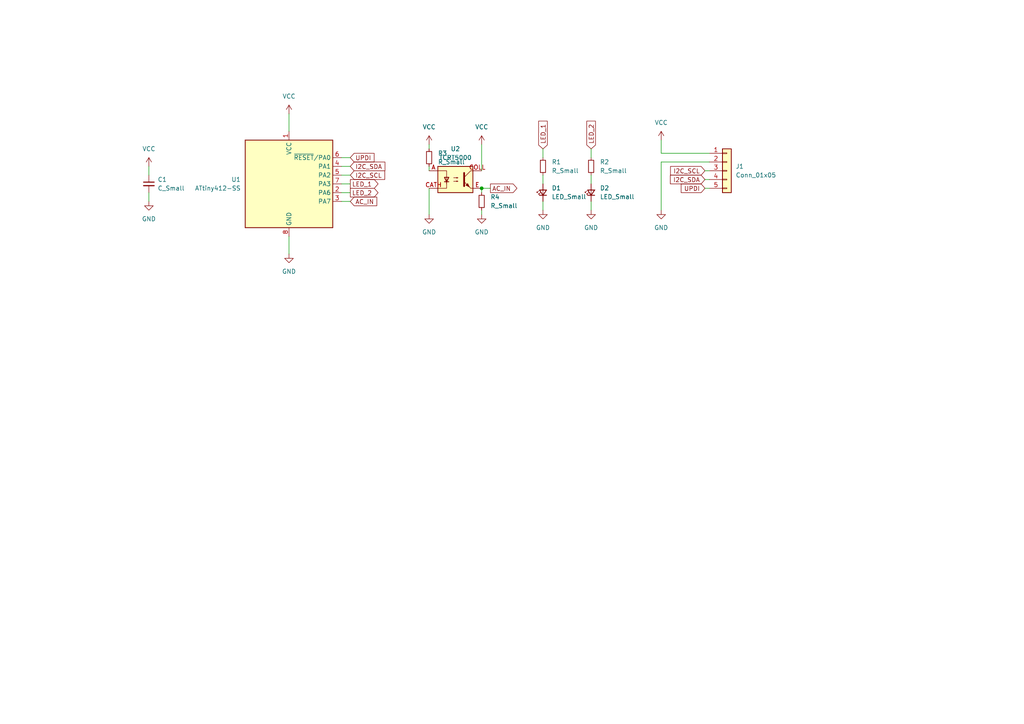
<source format=kicad_sch>
(kicad_sch (version 20230121) (generator eeschema)
  (paper "A4")
  (lib_symbols
    (symbol "Connector_Generic:Conn_01x05" (pin_names (offset 1.016) hide)
      (property "Reference" "J" (at 0 7.62 0))
      (property "Value" "Conn_01x05" (at 0 -7.62 0))
      (symbol "Conn_01x05_1_1"
        (rectangle (start -1.27 -4.953) (end 0 -5.207) (stroke (width 0.1524)))
        (rectangle (start -1.27 -2.413) (end 0 -2.667) (stroke (width 0.1524)))
        (rectangle (start -1.27 0.127) (end 0 -0.127) (stroke (width 0.1524)))
        (rectangle (start -1.27 2.667) (end 0 2.413) (stroke (width 0.1524)))
        (rectangle (start -1.27 5.207) (end 0 4.953) (stroke (width 0.1524)))
        (rectangle (start -1.27 6.35) (end 1.27 -6.35) (stroke (width 0.254)) (fill (type background)))
        (pin passive line (at -5.08 5.08 0) (length 3.81) (name "Pin_1") (number "1"))
        (pin passive line (at -5.08 2.54 0) (length 3.81) (name "Pin_2") (number "2"))
        (pin passive line (at -5.08 0 0) (length 3.81) (name "Pin_3") (number "3"))
        (pin passive line (at -5.08 -2.54 0) (length 3.81) (name "Pin_4") (number "4"))
        (pin passive line (at -5.08 -5.08 0) (length 3.81) (name "Pin_5") (number "5"))
      )
    )
    (symbol "Device:C_Small" (pin_numbers hide) (pin_names (offset 0.254) hide)
      (property "Reference" "C" (at 0.254 1.778 0))
      (property "Value" "C_Small" (at 0.254 -2.032 0))
      (symbol "C_Small_0_1"
        (polyline (pts (xy -1.524 -0.508) (xy 1.524 -0.508)) (stroke (width 0.3302)))
        (polyline (pts (xy -1.524 0.508) (xy 1.524 0.508)) (stroke (width 0.3048)))
      )
      (symbol "C_Small_1_1"
        (pin passive line (at 0 2.54 270) (length 2.032) (name "~") (number "1"))
        (pin passive line (at 0 -2.54 90) (length 2.032) (name "~") (number "2"))
      )
    )
    (symbol "Device:LED_Small" (pin_numbers hide) (pin_names (offset 0.254) hide)
      (property "Reference" "D" (at -1.27 3.175 0))
      (property "Value" "LED_Small" (at -4.445 -2.54 0))
      (symbol "LED_Small_0_1"
        (polyline (pts (xy -0.762 -1.016) (xy -0.762 1.016)) (stroke (width 0.254)))
        (polyline (pts (xy 1.016 0) (xy -0.762 0)))
        (polyline (pts (xy 0.762 -1.016) (xy -0.762 0) (xy 0.762 1.016) (xy 0.762 -1.016)) (stroke (width 0.254)))
        (polyline (pts (xy 0 0.762) (xy -0.508 1.27) (xy -0.254 1.27) (xy -0.508 1.27) (xy -0.508 1.016)))
        (polyline (pts (xy 0.508 1.27) (xy 0 1.778) (xy 0.254 1.778) (xy 0 1.778) (xy 0 1.524)))
      )
      (symbol "LED_Small_1_1"
        (pin passive line (at -2.54 0 0) (length 1.778) (name "K") (number "1"))
        (pin passive line (at 2.54 0 180) (length 1.778) (name "A") (number "2"))
      )
    )
    (symbol "Device:R_Small" (pin_numbers hide) (pin_names (offset 0.254) hide)
      (property "Reference" "R" (at 0.762 0.508 0))
      (property "Value" "R_Small" (at 0.762 -1.016 0))
      (symbol "R_Small_0_1"
        (rectangle (start -0.762 1.778) (end 0.762 -1.778) (stroke (width 0.2032)))
      )
      (symbol "R_Small_1_1"
        (pin passive line (at 0 2.54 270) (length 0.762) (name "~") (number "1"))
        (pin passive line (at 0 -2.54 90) (length 0.762) (name "~") (number "2"))
      )
    )
    (symbol "MCU_Microchip_ATtiny:ATtiny412-SS"
      (property "Reference" "U" (at -12.7 13.97 0))
      (property "Value" "ATtiny412-SS" (at 2.54 -13.97 0))
      (symbol "ATtiny412-SS_0_1"
        (rectangle (start -12.7 -12.7) (end 12.7 12.7) (stroke (width 0.254)) (fill (type background)))
      )
      (symbol "ATtiny412-SS_1_1"
        (pin power_in line (at 0 15.24 270) (length 2.54) (name "VCC") (number "1"))
        (pin bidirectional line (at 15.24 -2.54 180) (length 2.54) (name "PA6") (number "2"))
        (pin bidirectional line (at 15.24 -5.08 180) (length 2.54) (name "PA7") (number "3"))
        (pin bidirectional line (at 15.24 5.08 180) (length 2.54) (name "PA1") (number "4"))
        (pin bidirectional line (at 15.24 2.54 180) (length 2.54) (name "PA2") (number "5"))
        (pin bidirectional line (at 15.24 7.62 180) (length 2.54) (name "~{RESET}/PA0") (number "6"))
        (pin bidirectional line (at 15.24 0 180) (length 2.54) (name "PA3") (number "7"))
        (pin power_in line (at 0 -15.24 90) (length 2.54) (name "GND") (number "8"))
      )
    )
    (symbol "power:GND" (power) (pin_names (offset 0))
      (property "Value" "GND" (at 0 -3.81 0))
      (symbol "GND_0_1"
        (polyline (pts (xy 0 0) (xy 0 -1.27) (xy 1.27 -1.27) (xy 0 -2.54) (xy -1.27 -1.27) (xy 0 -1.27)))
      )
      (symbol "GND_1_1"
        (pin power_in line (at 0 0 270) (length 0) hide (name "GND") (number "1"))
      )
    )
    (symbol "power:VCC" (power) (pin_names (offset 0))
      (property "Value" "VCC" (at 0 3.81 0))
      (symbol "VCC_0_1"
        (polyline (pts (xy -0.762 1.27) (xy 0 2.54)))
        (polyline (pts (xy 0 0) (xy 0 2.54)))
        (polyline (pts (xy 0 2.54) (xy 0.762 1.27)))
      )
      (symbol "VCC_1_1"
        (pin power_in line (at 0 0 90) (length 0) hide (name "VCC") (number "1"))
      )
    )
    (symbol "tcrt5000:TCRT5000"
      (property "Reference" "U" (at 0 5.08 0))
      (property "Value" "TCRT5000" (at 0 -5.08 0))
      (symbol "TCRT5000_0_1"
        (rectangle (start -5.08 3.81) (end 5.08 -3.81) (stroke (width 0.254)) (fill (type background)))
        (polyline (pts (xy -3.175 -0.635) (xy -1.905 -0.635)) (stroke (width 0.254)))
        (polyline (pts (xy 2.54 0.635) (xy 4.445 2.54)))
        (polyline (pts (xy 4.445 -2.54) (xy 2.54 -0.635)) (fill (type outline)))
        (polyline (pts (xy 4.445 -2.54) (xy 5.08 -2.54)))
        (polyline (pts (xy 4.445 2.54) (xy 5.08 2.54)))
        (polyline (pts (xy -2.54 -0.635) (xy -2.54 -2.54) (xy -5.08 -2.54)))
        (polyline (pts (xy 2.54 1.905) (xy 2.54 -1.905) (xy 2.54 -1.905)) (stroke (width 0.508)))
        (polyline (pts (xy -5.08 2.54) (xy -2.54 2.54) (xy -2.54 -1.27) (xy -2.54 0.635)))
        (polyline (pts (xy -2.54 -0.635) (xy -3.175 0.635) (xy -1.905 0.635) (xy -2.54 -0.635)) (stroke (width 0.254)))
        (polyline (pts (xy -0.508 -0.508) (xy 0.762 -0.508) (xy 0.381 -0.635) (xy 0.381 -0.381) (xy 0.762 -0.508)))
        (polyline (pts (xy -0.508 0.508) (xy 0.762 0.508) (xy 0.381 0.381) (xy 0.381 0.635) (xy 0.762 0.508)))
        (polyline (pts (xy 3.048 -1.651) (xy 3.556 -1.143) (xy 4.064 -2.159) (xy 3.048 -1.651) (xy 3.048 -1.651)) (fill (type outline)))
      )
      (symbol "TCRT5000_1_1"
        (pin passive line (at -7.62 2.54 0) (length 2.54) (name "~") (number "A"))
        (pin passive line (at -7.62 -2.54 0) (length 2.54) (name "~") (number "CATH"))
        (pin passive line (at 7.62 2.54 180) (length 2.54) (name "~") (number "COLL"))
        (pin passive line (at 7.62 -2.54 180) (length 2.54) (name "~") (number "E"))
      )
    )
  )
  (junction (at 139.7 54.61))
  (wire (pts (xy 171.45 50.8) (xy 171.45 53.34)))
  (wire (pts (xy 139.7 54.61) (xy 139.7 55.88)))
  (wire (pts (xy 99.06 53.34) (xy 101.6 53.34)))
  (wire (pts (xy 99.06 48.26) (xy 101.6 48.26)))
  (wire (pts (xy 139.7 60.96) (xy 139.7 62.23)))
  (wire (pts (xy 99.06 55.88) (xy 101.6 55.88)))
  (wire (pts (xy 99.06 45.72) (xy 101.6 45.72)))
  (wire (pts (xy 205.74 44.45) (xy 191.77 44.45)))
  (wire (pts (xy 171.45 43.18) (xy 171.45 45.72)))
  (wire (pts (xy 191.77 46.99) (xy 205.74 46.99)))
  (wire (pts (xy 83.82 68.58) (xy 83.82 73.66)))
  (wire (pts (xy 83.82 33.02) (xy 83.82 38.1)))
  (wire (pts (xy 204.47 49.53) (xy 205.74 49.53)))
  (wire (pts (xy 157.48 43.18) (xy 157.48 45.72)))
  (wire (pts (xy 43.18 55.88) (xy 43.18 58.42)))
  (wire (pts (xy 124.46 54.61) (xy 124.46 62.23)))
  (wire (pts (xy 171.45 58.42) (xy 171.45 60.96)))
  (wire (pts (xy 204.47 52.07) (xy 205.74 52.07)))
  (wire (pts (xy 191.77 60.96) (xy 191.77 46.99)))
  (wire (pts (xy 139.7 41.91) (xy 139.7 49.53)))
  (wire (pts (xy 124.46 48.26) (xy 124.46 49.53)))
  (wire (pts (xy 99.06 58.42) (xy 101.6 58.42)))
  (wire (pts (xy 157.48 50.8) (xy 157.48 53.34)))
  (wire (pts (xy 99.06 50.8) (xy 101.6 50.8)))
  (wire (pts (xy 204.47 54.61) (xy 205.74 54.61)))
  (wire (pts (xy 157.48 58.42) (xy 157.48 60.96)))
  (wire (pts (xy 191.77 44.45) (xy 191.77 40.64)))
  (wire (pts (xy 124.46 41.91) (xy 124.46 43.18)))
  (wire (pts (xy 139.7 54.61) (xy 142.24 54.61)))
  (wire (pts (xy 43.18 48.26) (xy 43.18 50.8)))
  (global_label "UPDI" (shape input) (at 101.6 45.72 0) (property "Intersheetrefs" "${INTERSHEET_REFS}" (effects hide)))
  (global_label "I2C_SDA" (shape input) (at 101.6 48.26 0) (property "Intersheetrefs" "${INTERSHEET_REFS}" (effects hide)))
  (global_label "LED_2" (shape input) (at 171.45 43.18 90) (property "Intersheetrefs" "${INTERSHEET_REFS}" (effects hide)))
  (global_label "AC_IN" (shape input) (at 101.6 58.42 0) (property "Intersheetrefs" "${INTERSHEET_REFS}" (effects hide)))
  (global_label "I2C_SCL" (shape input) (at 101.6 50.8 0) (property "Intersheetrefs" "${INTERSHEET_REFS}" (effects hide)))
  (global_label "AC_IN" (shape output) (at 142.24 54.61 0) (property "Intersheetrefs" "${INTERSHEET_REFS}" (effects hide)))
  (global_label "UPDI" (shape input) (at 204.47 54.61 180) (property "Intersheetrefs" "${INTERSHEET_REFS}" (effects hide)))
  (global_label "LED_2" (shape output) (at 101.6 55.88 0) (property "Intersheetrefs" "${INTERSHEET_REFS}" (effects hide)))
  (global_label "I2C_SCL" (shape input) (at 204.47 49.53 180) (property "Intersheetrefs" "${INTERSHEET_REFS}" (effects hide)))
  (global_label "I2C_SDA" (shape input) (at 204.47 52.07 180) (property "Intersheetrefs" "${INTERSHEET_REFS}" (effects hide)))
  (global_label "LED_1" (shape input) (at 157.48 43.18 90) (property "Intersheetrefs" "${INTERSHEET_REFS}" (effects hide)))
  (global_label "LED_1" (shape output) (at 101.6 53.34 0) (property "Intersheetrefs" "${INTERSHEET_REFS}" (effects hide)))
  (symbol (lib_id "tcrt5000:TCRT5000") (at 132.08 52.07 0) (unit 1)
    (property "Reference" "U2" (at 132.08 43.18 0))
    (property "Value" "TCRT5000" (at 132.08 45.72 0))
    (property "Footprint" "Library:tcrt5000" (effects hide))
    (property "Datasheet" "https://www.vishay.com/docs/83760/tcrt5000.pdf" (effects hide))
  )
  (symbol (lib_id "Device:R_Small") (at 139.7 58.42 0) (unit 1)
    (property "Reference" "R4" (at 142.24 57.15 0) (effects (justify left)))
    (property "Value" "R_Small" (at 142.24 59.69 0) (effects (justify left)))
    (property "Footprint" "Library:R_1206_3216Metric" (effects hide))
  )
  (symbol (lib_id "Device:R_Small") (at 124.46 45.72 0) (unit 1)
    (property "Reference" "R3" (at 127 44.45 0) (effects (justify left)))
    (property "Value" "R_Small" (at 127 46.99 0) (effects (justify left)))
    (property "Footprint" "Library:R_1206_3216Metric" (effects hide))
  )
  (symbol (lib_id "power:VCC") (at 124.46 41.91 0) (unit 1)
    (property "Reference" "#PWR09" (effects hide))
    (property "Value" "VCC" (at 124.46 36.83 0))
  )
  (symbol (lib_id "power:VCC") (at 83.82 33.02 0) (unit 1)
    (property "Reference" "#PWR02" (effects hide))
    (property "Value" "VCC" (at 83.82 27.94 0))
  )
  (symbol (lib_id "Device:R_Small") (at 157.48 48.26 0) (unit 1)
    (property "Reference" "R1" (at 160.02 46.99 0) (effects (justify left)))
    (property "Value" "R_Small" (at 160.02 49.53 0) (effects (justify left)))
    (property "Footprint" "Library:R_1206_3216Metric" (effects hide))
  )
  (symbol (lib_id "power:VCC") (at 191.77 40.64 0) (unit 1)
    (property "Reference" "#PWR012" (effects hide))
    (property "Value" "VCC" (at 191.77 35.56 0))
  )
  (symbol (lib_id "MCU_Microchip_ATtiny:ATtiny412-SS") (at 83.82 53.34 0) (unit 1)
    (property "Reference" "U1" (at 69.85 52.07 0) (effects (justify right)))
    (property "Value" "ATtiny412-SS" (at 69.85 54.61 0) (effects (justify right)))
    (property "Footprint" "Library:SOIC-8_3.9x4.9mm_P1.27mm" (effects hide))
    (property "Datasheet" "http://ww1.microchip.com/downloads/en/DeviceDoc/40001911A.pdf" (effects hide))
  )
  (symbol (lib_id "Device:C_Small") (at 43.18 53.34 0) (unit 1)
    (property "Reference" "C1" (at 45.72 52.0763 0) (effects (justify left)))
    (property "Value" "C_Small" (at 45.72 54.6163 0) (effects (justify left)))
    (property "Footprint" "Library:C_2225_5664Metric" (effects hide))
  )
  (symbol (lib_id "power:GND") (at 83.82 73.66 0) (unit 1)
    (property "Reference" "#PWR01" (effects hide))
    (property "Value" "GND" (at 83.82 78.74 0))
  )
  (symbol (lib_id "power:GND") (at 191.77 60.96 0) (unit 1)
    (property "Reference" "#PWR011" (effects hide))
    (property "Value" "GND" (at 191.77 66.04 0))
  )
  (symbol (lib_id "power:GND") (at 157.48 60.96 0) (unit 1)
    (property "Reference" "#PWR03" (effects hide))
    (property "Value" "GND" (at 157.48 66.04 0))
  )
  (symbol (lib_id "Device:LED_Small") (at 171.45 55.88 90) (unit 1)
    (property "Reference" "D2" (at 173.99 54.5465 90) (effects (justify right)))
    (property "Value" "LED_Small" (at 173.99 57.0865 90) (effects (justify right)))
    (property "Footprint" "Library:LED_1206_3216Metric" (effects hide))
  )
  (symbol (lib_id "power:GND") (at 124.46 62.23 0) (unit 1)
    (property "Reference" "#PWR07" (effects hide))
    (property "Value" "GND" (at 124.46 67.31 0))
  )
  (symbol (lib_id "power:GND") (at 171.45 60.96 0) (unit 1)
    (property "Reference" "#PWR04" (effects hide))
    (property "Value" "GND" (at 171.45 66.04 0))
  )
  (symbol (lib_id "power:GND") (at 139.7 62.23 0) (unit 1)
    (property "Reference" "#PWR08" (effects hide))
    (property "Value" "GND" (at 139.7 67.31 0))
  )
  (symbol (lib_id "Device:LED_Small") (at 157.48 55.88 90) (unit 1)
    (property "Reference" "D1" (at 160.02 54.5465 90) (effects (justify right)))
    (property "Value" "LED_Small" (at 160.02 57.0865 90) (effects (justify right)))
    (property "Footprint" "Library:LED_1206_3216Metric" (effects hide))
  )
  (symbol (lib_id "Device:R_Small") (at 171.45 48.26 0) (unit 1)
    (property "Reference" "R2" (at 173.99 46.99 0) (effects (justify left)))
    (property "Value" "R_Small" (at 173.99 49.53 0) (effects (justify left)))
    (property "Footprint" "Library:R_1206_3216Metric" (effects hide))
  )
  (symbol (lib_id "power:VCC") (at 139.7 41.91 0) (unit 1)
    (property "Reference" "#PWR010" (effects hide))
    (property "Value" "VCC" (at 139.7 36.83 0))
  )
  (symbol (lib_id "Connector_Generic:Conn_01x05") (at 210.82 49.53 0) (unit 1)
    (property "Reference" "J1" (at 213.36 48.26 0) (effects (justify left)))
    (property "Value" "Conn_01x05" (at 213.36 50.8 0) (effects (justify left)))
    (property "Footprint" "Library:PinHeader_1x05_P2.54mm_Vertical" (effects hide))
  )
  (symbol (lib_id "power:GND") (at 43.18 58.42 0) (unit 1)
    (property "Reference" "#PWR06" (effects hide))
    (property "Value" "GND" (at 43.18 63.5 0))
  )
  (symbol (lib_id "power:VCC") (at 43.18 48.26 0) (unit 1)
    (property "Reference" "#PWR05" (effects hide))
    (property "Value" "VCC" (at 43.18 43.18 0))
  )
)
</source>
